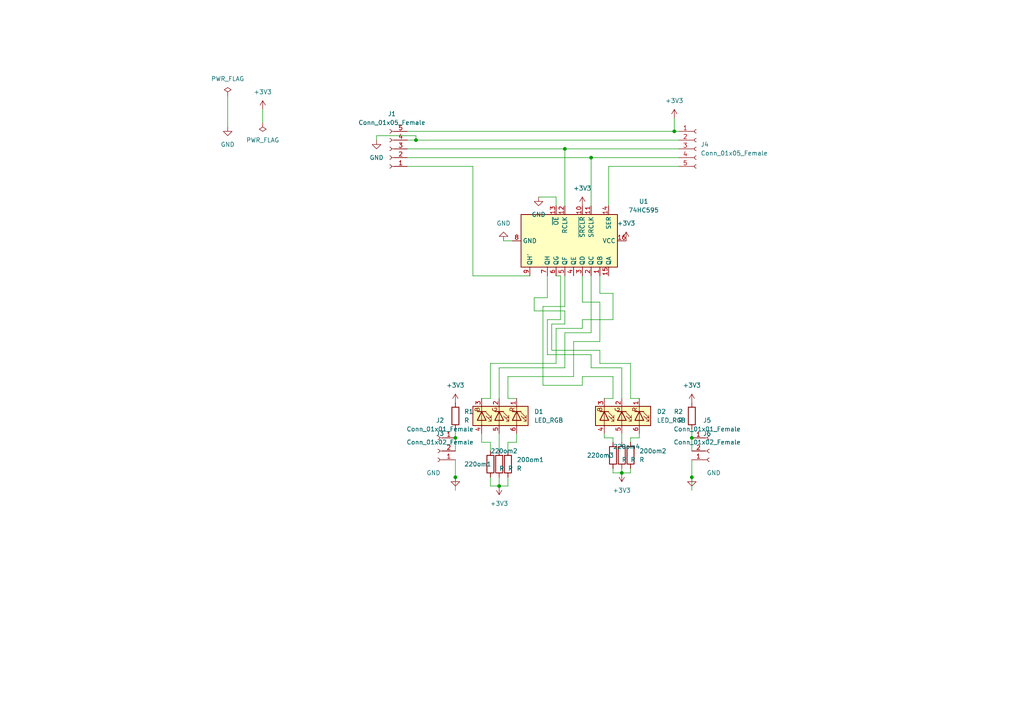
<source format=kicad_sch>
(kicad_sch (version 20211123) (generator eeschema)
  (paper "A4")
  (lib_symbols
    (symbol "74xx:74HC595"
      (property "Reference" "U" (at -7.62 13.97 0))
      (property "Value" "74HC595" (at -7.62 -16.51 0))
      (symbol "74HC595_1_0"
        (pin tri_state line (at 10.16 7.62 180) (length 2.54) (name "QB") (number "1"))
        (pin input line (at -10.16 2.54 0) (length 2.54) (name "~{SRCLR}") (number "10"))
        (pin input line (at -10.16 5.08 0) (length 2.54) (name "SRCLK") (number "11"))
        (pin input line (at -10.16 -2.54 0) (length 2.54) (name "RCLK") (number "12"))
        (pin input line (at -10.16 -5.08 0) (length 2.54) (name "~{OE}") (number "13"))
        (pin input line (at -10.16 10.16 0) (length 2.54) (name "SER") (number "14"))
        (pin tri_state line (at 10.16 10.16 180) (length 2.54) (name "QA") (number "15"))
        (pin power_in line (at 0 15.24 270) (length 2.54) (name "VCC") (number "16"))
        (pin tri_state line (at 10.16 5.08 180) (length 2.54) (name "QC") (number "2"))
        (pin tri_state line (at 10.16 2.54 180) (length 2.54) (name "QD") (number "3"))
        (pin tri_state line (at 10.16 0 180) (length 2.54) (name "QE") (number "4"))
        (pin tri_state line (at 10.16 -2.54 180) (length 2.54) (name "QF") (number "5"))
        (pin tri_state line (at 10.16 -5.08 180) (length 2.54) (name "QG") (number "6"))
        (pin tri_state line (at 10.16 -7.62 180) (length 2.54) (name "QH") (number "7"))
        (pin power_in line (at 0 -17.78 90) (length 2.54) (name "GND") (number "8"))
        (pin output line (at 10.16 -12.7 180) (length 2.54) (name "QH'") (number "9"))
      )
      (symbol "74HC595_1_1"
        (rectangle (start -7.62 12.7) (end 7.62 -15.24) (stroke (width 0.254)) (fill (type background)))
      )
    )
    (symbol "Connector:Conn_01x01_Female" (pin_names (offset 1.016) hide)
      (property "Reference" "J" (at 0 2.54 0))
      (property "Value" "Conn_01x01_Female" (at 0 -2.54 0))
      (symbol "Conn_01x01_Female_1_1"
        (polyline (pts (xy -1.27 0) (xy -0.508 0)) (stroke (width 0.1524)))
        (arc (start 0 0.508) (mid -0.508 0) (end 0 -0.508) (stroke (width 0.1524)))
        (pin passive line (at -5.08 0 0) (length 3.81) (name "Pin_1") (number "1"))
      )
    )
    (symbol "Connector:Conn_01x02_Female" (pin_names (offset 1.016) hide)
      (property "Reference" "J" (at 0 2.54 0))
      (property "Value" "Conn_01x02_Female" (at 0 -5.08 0))
      (symbol "Conn_01x02_Female_1_1"
        (arc (start 0 -2.032) (mid -0.508 -2.54) (end 0 -3.048) (stroke (width 0.1524)))
        (polyline (pts (xy -1.27 -2.54) (xy -0.508 -2.54)) (stroke (width 0.1524)))
        (polyline (pts (xy -1.27 0) (xy -0.508 0)) (stroke (width 0.1524)))
        (arc (start 0 0.508) (mid -0.508 0) (end 0 -0.508) (stroke (width 0.1524)))
        (pin passive line (at -5.08 0 0) (length 3.81) (name "Pin_1") (number "1"))
        (pin passive line (at -5.08 -2.54 0) (length 3.81) (name "Pin_2") (number "2"))
      )
    )
    (symbol "Connector:Conn_01x05_Female" (pin_names (offset 1.016) hide)
      (property "Reference" "J" (at 0 7.62 0))
      (property "Value" "Conn_01x05_Female" (at 0 -7.62 0))
      (symbol "Conn_01x05_Female_1_1"
        (arc (start 0 -4.572) (mid -0.508 -5.08) (end 0 -5.588) (stroke (width 0.1524)))
        (arc (start 0 -2.032) (mid -0.508 -2.54) (end 0 -3.048) (stroke (width 0.1524)))
        (polyline (pts (xy -1.27 -5.08) (xy -0.508 -5.08)) (stroke (width 0.1524)))
        (polyline (pts (xy -1.27 -2.54) (xy -0.508 -2.54)) (stroke (width 0.1524)))
        (polyline (pts (xy -1.27 0) (xy -0.508 0)) (stroke (width 0.1524)))
        (polyline (pts (xy -1.27 2.54) (xy -0.508 2.54)) (stroke (width 0.1524)))
        (polyline (pts (xy -1.27 5.08) (xy -0.508 5.08)) (stroke (width 0.1524)))
        (arc (start 0 0.508) (mid -0.508 0) (end 0 -0.508) (stroke (width 0.1524)))
        (arc (start 0 3.048) (mid -0.508 2.54) (end 0 2.032) (stroke (width 0.1524)))
        (arc (start 0 5.588) (mid -0.508 5.08) (end 0 4.572) (stroke (width 0.1524)))
        (pin passive line (at -5.08 5.08 0) (length 3.81) (name "Pin_1") (number "1"))
        (pin passive line (at -5.08 2.54 0) (length 3.81) (name "Pin_2") (number "2"))
        (pin passive line (at -5.08 0 0) (length 3.81) (name "Pin_3") (number "3"))
        (pin passive line (at -5.08 -2.54 0) (length 3.81) (name "Pin_4") (number "4"))
        (pin passive line (at -5.08 -5.08 0) (length 3.81) (name "Pin_5") (number "5"))
      )
    )
    (symbol "Device:LED_RGB" (pin_names (offset 0) hide)
      (property "Reference" "D" (at 0 9.398 0))
      (property "Value" "LED_RGB" (at 0 -8.89 0))
      (symbol "LED_RGB_0_0"
        (text "B" (at -1.905 -6.35 0) (effects (font (size 1.27 1.27))))
        (text "G" (at -1.905 -1.27 0) (effects (font (size 1.27 1.27))))
        (text "R" (at -1.905 3.81 0) (effects (font (size 1.27 1.27))))
      )
      (symbol "LED_RGB_0_1"
        (polyline (pts (xy -1.27 -5.08) (xy -2.54 -5.08)))
        (polyline (pts (xy -1.27 -5.08) (xy 1.27 -5.08)))
        (polyline (pts (xy -1.27 -3.81) (xy -1.27 -6.35)) (stroke (width 0.254)))
        (polyline (pts (xy -1.27 0) (xy -2.54 0)))
        (polyline (pts (xy -1.27 1.27) (xy -1.27 -1.27)) (stroke (width 0.254)))
        (polyline (pts (xy -1.27 5.08) (xy -2.54 5.08)))
        (polyline (pts (xy -1.27 5.08) (xy 1.27 5.08)))
        (polyline (pts (xy -1.27 6.35) (xy -1.27 3.81)) (stroke (width 0.254)))
        (polyline (pts (xy 1.27 -5.08) (xy 2.54 -5.08)))
        (polyline (pts (xy 1.27 0) (xy -1.27 0)))
        (polyline (pts (xy 1.27 0) (xy 2.54 0)))
        (polyline (pts (xy 1.27 5.08) (xy 2.54 5.08)))
        (polyline (pts (xy -1.27 1.27) (xy -1.27 -1.27) (xy -1.27 -1.27)))
        (polyline (pts (xy -1.27 6.35) (xy -1.27 3.81) (xy -1.27 3.81)))
        (polyline (pts (xy 1.27 -3.81) (xy 1.27 -6.35) (xy -1.27 -5.08) (xy 1.27 -3.81)) (stroke (width 0.254)))
        (polyline (pts (xy 1.27 1.27) (xy 1.27 -1.27) (xy -1.27 0) (xy 1.27 1.27)) (stroke (width 0.254)))
        (polyline (pts (xy 1.27 6.35) (xy 1.27 3.81) (xy -1.27 5.08) (xy 1.27 6.35)) (stroke (width 0.254)))
        (polyline (pts (xy -1.016 -3.81) (xy 0.508 -2.286) (xy -0.254 -2.286) (xy 0.508 -2.286) (xy 0.508 -3.048)))
        (polyline (pts (xy -1.016 1.27) (xy 0.508 2.794) (xy -0.254 2.794) (xy 0.508 2.794) (xy 0.508 2.032)))
        (polyline (pts (xy -1.016 6.35) (xy 0.508 7.874) (xy -0.254 7.874) (xy 0.508 7.874) (xy 0.508 7.112)))
        (polyline (pts (xy 0 -3.81) (xy 1.524 -2.286) (xy 0.762 -2.286) (xy 1.524 -2.286) (xy 1.524 -3.048)))
        (polyline (pts (xy 0 1.27) (xy 1.524 2.794) (xy 0.762 2.794) (xy 1.524 2.794) (xy 1.524 2.032)))
        (polyline (pts (xy 0 6.35) (xy 1.524 7.874) (xy 0.762 7.874) (xy 1.524 7.874) (xy 1.524 7.112)))
        (rectangle (start 1.27 -1.27) (end 1.27 1.27))
        (rectangle (start 1.27 1.27) (end 1.27 1.27))
        (rectangle (start 1.27 3.81) (end 1.27 6.35))
        (rectangle (start 1.27 6.35) (end 1.27 6.35))
        (rectangle (start 2.794 8.382) (end -2.794 -7.62) (stroke (width 0.254)) (fill (type background)))
      )
      (symbol "LED_RGB_1_1"
        (pin passive line (at -5.08 5.08 0) (length 2.54) (name "RK") (number "1"))
        (pin passive line (at -5.08 0 0) (length 2.54) (name "GK") (number "2"))
        (pin passive line (at -5.08 -5.08 0) (length 2.54) (name "BK") (number "3"))
        (pin passive line (at 5.08 -5.08 180) (length 2.54) (name "BA") (number "4"))
        (pin passive line (at 5.08 0 180) (length 2.54) (name "GA") (number "5"))
        (pin passive line (at 5.08 5.08 180) (length 2.54) (name "RA") (number "6"))
      )
    )
    (symbol "Device:R" (pin_numbers hide) (pin_names (offset 0))
      (property "Reference" "R" (at 2.032 0 90))
      (property "Value" "R" (at 0 0 90))
      (symbol "R_0_1"
        (rectangle (start -1.016 -2.54) (end 1.016 2.54) (stroke (width 0.254)))
      )
      (symbol "R_1_1"
        (pin passive line (at 0 3.81 270) (length 1.27) (name "~") (number "1"))
        (pin passive line (at 0 -3.81 90) (length 1.27) (name "~") (number "2"))
      )
    )
    (symbol "power:+3.3V" (power) (pin_names (offset 0))
      (property "Value" "+3.3V" (at 0 3.556 0))
      (symbol "+3.3V_0_1"
        (polyline (pts (xy -0.762 1.27) (xy 0 2.54)))
        (polyline (pts (xy 0 0) (xy 0 2.54)))
        (polyline (pts (xy 0 2.54) (xy 0.762 1.27)))
      )
      (symbol "+3.3V_1_1"
        (pin power_in line (at 0 0 90) (length 0) hide (name "+3V3") (number "1"))
      )
    )
    (symbol "power:GND" (power) (pin_names (offset 0))
      (property "Value" "GND" (at 0 -3.81 0))
      (symbol "GND_0_1"
        (polyline (pts (xy 0 0) (xy 0 -1.27) (xy 1.27 -1.27) (xy 0 -2.54) (xy -1.27 -1.27) (xy 0 -1.27)))
      )
      (symbol "GND_1_1"
        (pin power_in line (at 0 0 270) (length 0) hide (name "GND") (number "1"))
      )
    )
    (symbol "power:PWR_FLAG" (power) (pin_numbers hide) (pin_names (offset 0) hide)
      (property "Value" "PWR_FLAG" (at 0 3.81 0))
      (symbol "PWR_FLAG_0_0"
        (pin power_out line (at 0 0 90) (length 0) (name "pwr") (number "1"))
      )
      (symbol "PWR_FLAG_0_1"
        (polyline (pts (xy 0 0) (xy 0 1.27) (xy -1.016 1.905) (xy 0 2.54) (xy 1.016 1.905) (xy 0 1.27)))
      )
    )
  )
  (junction (at 163.83 43.18))
  (junction (at 195.58 38.1))
  (junction (at 171.45 45.72))
  (junction (at 200.66 127))
  (junction (at 132.08 127))
  (junction (at 144.78 140.97))
  (junction (at 120.65 40.64))
  (junction (at 180.34 137.16))
  (junction (at 132.08 138.43))
  (junction (at 200.66 138.43))
  (wire (pts (xy 142.24 140.97) (xy 144.78 140.97)))
  (wire (pts (xy 200.66 138.43) (xy 200.66 142.24)))
  (wire (pts (xy 147.32 128.27) (xy 147.32 130.81)))
  (wire (pts (xy 149.86 115.57) (xy 147.32 115.57)))
  (wire (pts (xy 144.78 106.68) (xy 144.78 115.57)))
  (wire (pts (xy 118.11 38.1) (xy 195.58 38.1)))
  (wire (pts (xy 180.34 135.89) (xy 180.34 137.16)))
  (wire (pts (xy 182.88 127) (xy 182.88 128.27)))
  (wire (pts (xy 118.11 45.72) (xy 171.45 45.72)))
  (wire (pts (xy 160.02 101.6) (xy 160.02 93.98)))
  (wire (pts (xy 163.83 88.9) (xy 163.83 80.01)))
  (wire (pts (xy 177.8 127) (xy 177.8 128.27)))
  (wire (pts (xy 158.75 80.01) (xy 158.75 86.36)))
  (wire (pts (xy 180.34 106.68) (xy 180.34 115.57)))
  (wire (pts (xy 118.11 48.26) (xy 137.16 48.26)))
  (wire (pts (xy 139.7 128.27) (xy 139.7 125.73)))
  (wire (pts (xy 182.88 115.57) (xy 185.42 115.57)))
  (wire (pts (xy 177.8 135.89) (xy 177.8 137.16)))
  (wire (pts (xy 168.91 111.76) (xy 157.48 111.76)))
  (wire (pts (xy 139.7 115.57) (xy 142.24 115.57)))
  (wire (pts (xy 173.99 85.09) (xy 173.99 80.01)))
  (wire (pts (xy 166.37 109.22) (xy 147.32 109.22)))
  (wire (pts (xy 109.22 40.64) (xy 109.22 39.37)))
  (wire (pts (xy 166.37 99.06) (xy 173.99 99.06)))
  (wire (pts (xy 147.32 109.22) (xy 147.32 115.57)))
  (wire (pts (xy 142.24 128.27) (xy 142.24 130.81)))
  (wire (pts (xy 176.53 59.69) (xy 176.53 48.26)))
  (wire (pts (xy 182.88 105.41) (xy 182.88 115.57)))
  (wire (pts (xy 171.45 102.87) (xy 158.75 102.87)))
  (wire (pts (xy 157.48 88.9) (xy 163.83 88.9)))
  (wire (pts (xy 120.65 40.64) (xy 196.85 40.64)))
  (wire (pts (xy 161.29 105.41) (xy 161.29 95.25)))
  (wire (pts (xy 200.66 133.35) (xy 200.66 138.43)))
  (wire (pts (xy 118.11 43.18) (xy 163.83 43.18)))
  (wire (pts (xy 177.8 127) (xy 175.26 127)))
  (wire (pts (xy 195.58 34.29) (xy 195.58 38.1)))
  (wire (pts (xy 142.24 105.41) (xy 142.24 115.57)))
  (wire (pts (xy 154.94 90.17) (xy 154.94 86.36)))
  (wire (pts (xy 163.83 90.17) (xy 154.94 90.17)))
  (wire (pts (xy 173.99 101.6) (xy 160.02 101.6)))
  (wire (pts (xy 182.88 127) (xy 185.42 127)))
  (wire (pts (xy 200.66 127) (xy 200.66 130.81)))
  (wire (pts (xy 176.53 48.26) (xy 196.85 48.26)))
  (wire (pts (xy 175.26 115.57) (xy 177.8 115.57)))
  (wire (pts (xy 177.8 137.16) (xy 180.34 137.16)))
  (wire (pts (xy 177.8 85.09) (xy 173.99 85.09)))
  (wire (pts (xy 76.2 31.75) (xy 76.2 35.56)))
  (wire (pts (xy 142.24 138.43) (xy 142.24 140.97)))
  (wire (pts (xy 158.75 92.71) (xy 162.56 92.71)))
  (wire (pts (xy 161.29 105.41) (xy 142.24 105.41)))
  (wire (pts (xy 162.56 92.71) (xy 162.56 80.01)))
  (wire (pts (xy 163.83 59.69) (xy 163.83 43.18)))
  (wire (pts (xy 163.83 106.68) (xy 144.78 106.68)))
  (wire (pts (xy 166.37 109.22) (xy 166.37 99.06)))
  (wire (pts (xy 175.26 127) (xy 175.26 125.73)))
  (wire (pts (xy 173.99 99.06) (xy 173.99 87.63)))
  (wire (pts (xy 147.32 128.27) (xy 149.86 128.27)))
  (wire (pts (xy 177.8 109.22) (xy 177.8 115.57)))
  (wire (pts (xy 200.66 124.46) (xy 200.66 127)))
  (wire (pts (xy 168.91 95.25) (xy 168.91 92.71)))
  (wire (pts (xy 171.45 45.72) (xy 196.85 45.72)))
  (wire (pts (xy 182.88 137.16) (xy 180.34 137.16)))
  (wire (pts (xy 173.99 105.41) (xy 173.99 101.6)))
  (wire (pts (xy 120.65 39.37) (xy 120.65 40.64)))
  (wire (pts (xy 160.02 93.98) (xy 163.83 93.98)))
  (wire (pts (xy 168.91 92.71) (xy 177.8 92.71)))
  (wire (pts (xy 163.83 43.18) (xy 196.85 43.18)))
  (wire (pts (xy 162.56 80.01) (xy 161.29 80.01)))
  (wire (pts (xy 137.16 48.26) (xy 137.16 80.01)))
  (wire (pts (xy 157.48 111.76) (xy 157.48 88.9)))
  (wire (pts (xy 137.16 80.01) (xy 153.67 80.01)))
  (wire (pts (xy 168.91 80.01) (xy 168.91 87.63)))
  (wire (pts (xy 171.45 106.68) (xy 180.34 106.68)))
  (wire (pts (xy 173.99 87.63) (xy 168.91 87.63)))
  (wire (pts (xy 177.8 92.71) (xy 177.8 85.09)))
  (wire (pts (xy 109.22 39.37) (xy 120.65 39.37)))
  (wire (pts (xy 163.83 93.98) (xy 163.83 90.17)))
  (wire (pts (xy 132.08 133.35) (xy 132.08 138.43)))
  (wire (pts (xy 144.78 125.73) (xy 144.78 130.81)))
  (wire (pts (xy 168.91 109.22) (xy 168.91 111.76)))
  (wire (pts (xy 182.88 135.89) (xy 182.88 137.16)))
  (wire (pts (xy 173.99 105.41) (xy 182.88 105.41)))
  (wire (pts (xy 147.32 138.43) (xy 147.32 140.97)))
  (wire (pts (xy 156.21 57.15) (xy 161.29 57.15)))
  (wire (pts (xy 132.08 138.43) (xy 132.08 142.24)))
  (wire (pts (xy 171.45 106.68) (xy 171.45 102.87)))
  (wire (pts (xy 171.45 96.52) (xy 171.45 80.01)))
  (wire (pts (xy 144.78 138.43) (xy 144.78 140.97)))
  (wire (pts (xy 149.86 128.27) (xy 149.86 125.73)))
  (wire (pts (xy 163.83 96.52) (xy 171.45 96.52)))
  (wire (pts (xy 161.29 57.15) (xy 161.29 59.69)))
  (wire (pts (xy 185.42 127) (xy 185.42 125.73)))
  (wire (pts (xy 146.05 69.85) (xy 148.59 69.85)))
  (wire (pts (xy 171.45 59.69) (xy 171.45 45.72)))
  (wire (pts (xy 132.08 127) (xy 132.08 130.81)))
  (wire (pts (xy 118.11 40.64) (xy 120.65 40.64)))
  (wire (pts (xy 163.83 106.68) (xy 163.83 96.52)))
  (wire (pts (xy 147.32 140.97) (xy 144.78 140.97)))
  (wire (pts (xy 180.34 125.73) (xy 180.34 128.27)))
  (wire (pts (xy 168.91 109.22) (xy 177.8 109.22)))
  (wire (pts (xy 158.75 102.87) (xy 158.75 92.71)))
  (wire (pts (xy 142.24 128.27) (xy 139.7 128.27)))
  (wire (pts (xy 66.04 27.94) (xy 66.04 36.83)))
  (wire (pts (xy 195.58 38.1) (xy 196.85 38.1)))
  (wire (pts (xy 161.29 95.25) (xy 168.91 95.25)))
  (wire (pts (xy 154.94 86.36) (xy 158.75 86.36)))
  (wire (pts (xy 132.08 124.46) (xy 132.08 127)))
  (symbol (lib_id "Device:LED_RGB") (at 144.78 120.65 270) (unit 1)
    (property "Reference" "D1" (at 154.94 119.3799 90) (effects (justify left)))
    (property "Value" "LED_RGB" (at 154.94 121.9199 90) (effects (justify left)))
    (property "Footprint" "LED_SMD:LED_RGB_PLCC-6" (effects hide))
  )
  (symbol (lib_id "Device:R") (at 144.78 134.62 0) (unit 1)
    (property "Reference" "220om2" (at 142.24 130.81 0) (effects (justify left)))
    (property "Value" "R" (at 147.32 135.8899 0) (effects (justify left)))
    (property "Footprint" "Resistor_SMD:R_0603_1608Metric_Pad0.98x0.95mm_HandSolder" (effects hide))
  )
  (symbol (lib_id "power:GND") (at 109.22 40.64 0) (unit 1)
    (property "Reference" "#PWR01" (effects hide))
    (property "Value" "GND" (at 109.22 45.72 0))
  )
  (symbol (lib_id "Device:R") (at 132.08 120.65 0) (unit 1)
    (property "Reference" "R1" (at 134.62 119.3799 0) (effects (justify left)))
    (property "Value" "R" (at 134.62 121.9199 0) (effects (justify left)))
    (property "Footprint" "Resistor_SMD:R_0603_1608Metric_Pad0.98x0.95mm_HandSolder" (effects hide))
  )
  (symbol (lib_id "power:+3.3V") (at 132.08 116.84 0) (unit 1)
    (property "Reference" "#PWR0109" (effects hide))
    (property "Value" "+3.3V" (at 132.08 111.76 0))
  )
  (symbol (lib_id "Device:R") (at 182.88 132.08 0) (unit 1)
    (property "Reference" "200om2" (at 185.42 130.81 0) (effects (justify left)))
    (property "Value" "R" (at 185.42 133.3499 0) (effects (justify left)))
    (property "Footprint" "Resistor_SMD:R_0603_1608Metric_Pad0.98x0.95mm_HandSolder" (effects hide))
  )
  (symbol (lib_id "power:+3.3V") (at 195.58 34.29 0) (unit 1)
    (property "Reference" "#PWR04" (effects hide))
    (property "Value" "+3.3V" (at 195.58 29.21 0))
  )
  (symbol (lib_id "Device:R") (at 147.32 134.62 0) (unit 1)
    (property "Reference" "200om1" (at 149.86 133.3499 0) (effects (justify left)))
    (property "Value" "R" (at 149.86 135.8899 0) (effects (justify left)))
    (property "Footprint" "Resistor_SMD:R_0603_1608Metric_Pad0.98x0.95mm_HandSolder" (effects hide))
  )
  (symbol (lib_id "Connector:Conn_01x05_Female") (at 113.03 43.18 180) (unit 1)
    (property "Reference" "J1" (at 113.665 33.02 0))
    (property "Value" "Conn_01x05_Female" (at 113.665 35.56 0))
    (property "Footprint" "Connector_PinHeader_2.54mm:PinHeader_1x05_P2.54mm_Vertical" (effects hide))
  )
  (symbol (lib_id "power:+3.3V") (at 144.78 140.97 180) (unit 1)
    (property "Reference" "#PWR02" (effects hide))
    (property "Value" "+3.3V" (at 144.78 146.05 0))
  )
  (symbol (lib_id "Connector:Conn_01x02_Female") (at 205.74 133.35 0) (mirror x) (unit 1)
    (property "Reference" "J6" (at 205.105 125.73 0))
    (property "Value" "Conn_01x02_Female" (at 205.105 128.27 0))
    (property "Footprint" "Connector_PinHeader_2.54mm:PinHeader_1x02_P2.54mm_Vertical" (effects hide))
  )
  (symbol (lib_id "power:GND") (at 66.04 36.83 0) (unit 1)
    (property "Reference" "#PWR0110" (effects hide))
    (property "Value" "GND" (at 66.04 41.91 0))
  )
  (symbol (lib_id "Device:R") (at 177.8 132.08 180) (unit 1)
    (property "Reference" "220om3" (at 170.18 132.08 0) (effects (justify right)))
    (property "Value" "R" (at 180.34 133.3499 0) (effects (justify right)))
    (property "Footprint" "Resistor_SMD:R_0603_1608Metric_Pad0.98x0.95mm_HandSolder" (effects hide))
  )
  (symbol (lib_id "Device:LED_RGB") (at 180.34 120.65 270) (unit 1)
    (property "Reference" "D2" (at 190.5 119.3799 90) (effects (justify left)))
    (property "Value" "LED_RGB" (at 190.5 121.9199 90) (effects (justify left)))
    (property "Footprint" "LED_SMD:LED_RGB_PLCC-6" (effects hide))
  )
  (symbol (lib_id "power:+3.3V") (at 76.2 31.75 0) (unit 1)
    (property "Reference" "#PWR0111" (effects hide))
    (property "Value" "+3.3V" (at 76.2 26.67 0))
  )
  (symbol (lib_id "Connector:Conn_01x05_Female") (at 201.93 43.18 0) (unit 1)
    (property "Reference" "J4" (at 203.2 41.9099 0) (effects (justify left)))
    (property "Value" "Conn_01x05_Female" (at 203.2 44.4499 0) (effects (justify left)))
    (property "Footprint" "Connector_PinHeader_2.54mm:PinHeader_1x05_P2.54mm_Vertical" (effects hide))
  )
  (symbol (lib_id "power:+3.3V") (at 200.66 116.84 0) (mirror y) (unit 1)
    (property "Reference" "#PWR05" (effects hide))
    (property "Value" "+3.3V" (at 200.66 111.76 0))
  )
  (symbol (lib_id "Connector:Conn_01x02_Female") (at 127 133.35 180) (unit 1)
    (property "Reference" "J3" (at 127.635 125.73 0))
    (property "Value" "Conn_01x02_Female" (at 127.635 128.27 0))
    (property "Footprint" "Connector_PinHeader_2.54mm:PinHeader_1x02_P2.54mm_Vertical" (effects hide))
  )
  (symbol (lib_id "Device:R") (at 200.66 120.65 0) (mirror y) (unit 1)
    (property "Reference" "R2" (at 198.12 119.3799 0) (effects (justify left)))
    (property "Value" "R" (at 198.12 121.9199 0) (effects (justify left)))
    (property "Footprint" "Resistor_SMD:R_0603_1608Metric_Pad0.98x0.95mm_HandSolder" (effects hide))
  )
  (symbol (lib_id "power:+3.3V") (at 168.91 59.69 0) (unit 1)
    (property "Reference" "#PWR0103" (effects hide))
    (property "Value" "+3.3V" (at 168.91 54.61 0))
  )
  (symbol (lib_id "Connector:Conn_01x01_Female") (at 205.74 127 0) (mirror x) (unit 1)
    (property "Reference" "J5" (at 205.105 121.92 0))
    (property "Value" "Conn_01x01_Female" (at 205.105 124.46 0))
    (property "Footprint" "Connector_PinHeader_2.54mm:PinHeader_1x01_P2.54mm_Vertical" (effects hide))
  )
  (symbol (lib_id "power:GND") (at 146.05 69.85 180) (unit 1)
    (property "Reference" "#PWR0102" (effects hide))
    (property "Value" "GND" (at 146.05 64.77 0))
  )
  (symbol (lib_id "Device:R") (at 180.34 132.08 0) (unit 1)
    (property "Reference" "220om4" (at 177.8 129.54 0) (effects (justify left)))
    (property "Value" "R" (at 182.88 133.3499 0) (effects (justify left)))
    (property "Footprint" "Resistor_SMD:R_0603_1608Metric_Pad0.98x0.95mm_HandSolder" (effects hide))
  )
  (symbol (lib_id "Device:R") (at 142.24 134.62 180) (unit 1)
    (property "Reference" "220om1" (at 134.62 134.62 0) (effects (justify right)))
    (property "Value" "R" (at 144.78 135.8899 0) (effects (justify right)))
    (property "Footprint" "Resistor_SMD:R_0603_1608Metric_Pad0.98x0.95mm_HandSolder" (effects hide))
  )
  (symbol (lib_id "power:GND") (at 200.66 138.43 0) (mirror y) (unit 1)
    (property "Reference" "#PWR06" (effects hide))
    (property "Value" "GND" (at 207.01 137.16 0))
  )
  (symbol (lib_id "power:GND") (at 156.21 57.15 0) (unit 1)
    (property "Reference" "#PWR0101" (effects hide))
    (property "Value" "GND" (at 156.21 62.23 0))
  )
  (symbol (lib_id "power:PWR_FLAG") (at 66.04 27.94 0) (unit 1)
    (property "Reference" "#FLG0101" (effects hide))
    (property "Value" "PWR_FLAG" (at 66.04 22.86 0))
  )
  (symbol (lib_id "74xx:74HC595") (at 166.37 69.85 270) (unit 1)
    (property "Reference" "U1" (at 186.69 58.42 90))
    (property "Value" "74HC595" (at 186.69 60.96 90))
    (property "Footprint" "Package_SO:SO-16_3.9x9.9mm_P1.27mm" (effects hide))
    (property "Datasheet" "http://www.ti.com/lit/ds/symlink/sn74hc595.pdf" (effects hide))
  )
  (symbol (lib_id "power:+3.3V") (at 180.34 137.16 180) (unit 1)
    (property "Reference" "#PWR03" (effects hide))
    (property "Value" "+3.3V" (at 180.34 142.24 0))
  )
  (symbol (lib_id "Connector:Conn_01x01_Female") (at 127 127 180) (unit 1)
    (property "Reference" "J2" (at 127.635 121.92 0))
    (property "Value" "Conn_01x01_Female" (at 127.635 124.46 0))
    (property "Footprint" "Connector_PinHeader_2.54mm:PinHeader_1x01_P2.54mm_Vertical" (effects hide))
  )
  (symbol (lib_id "power:GND") (at 132.08 138.43 0) (unit 1)
    (property "Reference" "#PWR0112" (effects hide))
    (property "Value" "GND" (at 125.73 137.16 0))
  )
  (symbol (lib_id "power:PWR_FLAG") (at 76.2 35.56 0) (mirror x) (unit 1)
    (property "Reference" "#FLG0102" (effects hide))
    (property "Value" "PWR_FLAG" (at 76.2 40.64 0))
  )
  (symbol (lib_id "power:+3.3V") (at 181.61 69.85 0) (unit 1)
    (property "Reference" "#PWR0104" (effects hide))
    (property "Value" "+3.3V" (at 181.61 64.77 0))
  )
)
</source>
